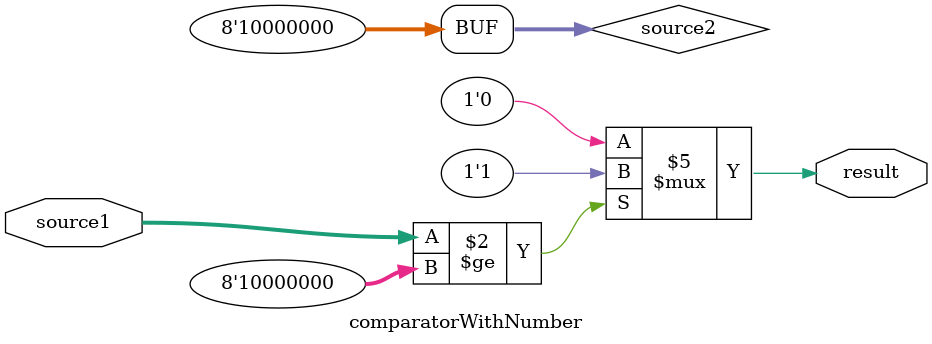
<source format=v>
`timescale 1ns / 1ps


module comparatorWithNumber#(parameter size=8,value=128)(
    input[size-1:0] source1,
    output reg result
    );
    
    reg[size-1:0] source2=value;
    
    always@(*)
    begin
    if(source1>=source2) result = 1'b1;
    else result =1'b0;
    end
endmodule

</source>
